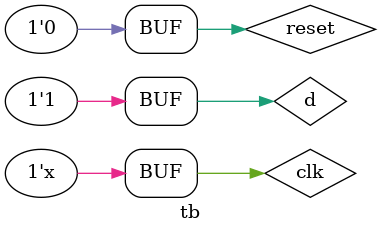
<source format=v>
module tb;

reg d;
reg clk;
reg reset;
wire [7:0] out;

Dflipflop tuut(d, clk, reset, out);


always #5 clk = ~clk;
initial begin 
clk = 0;
d = 1;
reset = 0;
#5;
d = 0;
#5;
d = 1;
#5;
reset = 1;
#5;
reset = 0;
#50; 
end
endmodule

</source>
